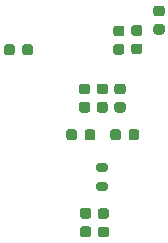
<source format=gbr>
%TF.GenerationSoftware,KiCad,Pcbnew,(5.1.10)-1*%
%TF.CreationDate,2021-10-26T10:29:25+05:30*%
%TF.ProjectId,RP2040+BMI,52503230-3430-42b4-924d-492e6b696361,rev?*%
%TF.SameCoordinates,Original*%
%TF.FileFunction,Paste,Bot*%
%TF.FilePolarity,Positive*%
%FSLAX46Y46*%
G04 Gerber Fmt 4.6, Leading zero omitted, Abs format (unit mm)*
G04 Created by KiCad (PCBNEW (5.1.10)-1) date 2021-10-26 10:29:25*
%MOMM*%
%LPD*%
G01*
G04 APERTURE LIST*
G04 APERTURE END LIST*
%TO.C,R2*%
G36*
G01*
X184845000Y-110255000D02*
X184295000Y-110255000D01*
G75*
G02*
X184095000Y-110055000I0J200000D01*
G01*
X184095000Y-109655000D01*
G75*
G02*
X184295000Y-109455000I200000J0D01*
G01*
X184845000Y-109455000D01*
G75*
G02*
X185045000Y-109655000I0J-200000D01*
G01*
X185045000Y-110055000D01*
G75*
G02*
X184845000Y-110255000I-200000J0D01*
G01*
G37*
G36*
G01*
X184845000Y-111905000D02*
X184295000Y-111905000D01*
G75*
G02*
X184095000Y-111705000I0J200000D01*
G01*
X184095000Y-111305000D01*
G75*
G02*
X184295000Y-111105000I200000J0D01*
G01*
X184845000Y-111105000D01*
G75*
G02*
X185045000Y-111305000I0J-200000D01*
G01*
X185045000Y-111705000D01*
G75*
G02*
X184845000Y-111905000I-200000J0D01*
G01*
G37*
%TD*%
%TO.C,C19*%
G36*
G01*
X177175000Y-99650000D02*
X177175000Y-100150000D01*
G75*
G02*
X176950000Y-100375000I-225000J0D01*
G01*
X176500000Y-100375000D01*
G75*
G02*
X176275000Y-100150000I0J225000D01*
G01*
X176275000Y-99650000D01*
G75*
G02*
X176500000Y-99425000I225000J0D01*
G01*
X176950000Y-99425000D01*
G75*
G02*
X177175000Y-99650000I0J-225000D01*
G01*
G37*
G36*
G01*
X178725000Y-99650000D02*
X178725000Y-100150000D01*
G75*
G02*
X178500000Y-100375000I-225000J0D01*
G01*
X178050000Y-100375000D01*
G75*
G02*
X177825000Y-100150000I0J225000D01*
G01*
X177825000Y-99650000D01*
G75*
G02*
X178050000Y-99425000I225000J0D01*
G01*
X178500000Y-99425000D01*
G75*
G02*
X178725000Y-99650000I0J-225000D01*
G01*
G37*
%TD*%
%TO.C,C18*%
G36*
G01*
X186815000Y-107350000D02*
X186815000Y-106850000D01*
G75*
G02*
X187040000Y-106625000I225000J0D01*
G01*
X187490000Y-106625000D01*
G75*
G02*
X187715000Y-106850000I0J-225000D01*
G01*
X187715000Y-107350000D01*
G75*
G02*
X187490000Y-107575000I-225000J0D01*
G01*
X187040000Y-107575000D01*
G75*
G02*
X186815000Y-107350000I0J225000D01*
G01*
G37*
G36*
G01*
X185265000Y-107350000D02*
X185265000Y-106850000D01*
G75*
G02*
X185490000Y-106625000I225000J0D01*
G01*
X185940000Y-106625000D01*
G75*
G02*
X186165000Y-106850000I0J-225000D01*
G01*
X186165000Y-107350000D01*
G75*
G02*
X185940000Y-107575000I-225000J0D01*
G01*
X185490000Y-107575000D01*
G75*
G02*
X185265000Y-107350000I0J225000D01*
G01*
G37*
%TD*%
%TO.C,C15*%
G36*
G01*
X182850000Y-104325000D02*
X183350000Y-104325000D01*
G75*
G02*
X183575000Y-104550000I0J-225000D01*
G01*
X183575000Y-105000000D01*
G75*
G02*
X183350000Y-105225000I-225000J0D01*
G01*
X182850000Y-105225000D01*
G75*
G02*
X182625000Y-105000000I0J225000D01*
G01*
X182625000Y-104550000D01*
G75*
G02*
X182850000Y-104325000I225000J0D01*
G01*
G37*
G36*
G01*
X182850000Y-102775000D02*
X183350000Y-102775000D01*
G75*
G02*
X183575000Y-103000000I0J-225000D01*
G01*
X183575000Y-103450000D01*
G75*
G02*
X183350000Y-103675000I-225000J0D01*
G01*
X182850000Y-103675000D01*
G75*
G02*
X182625000Y-103450000I0J225000D01*
G01*
X182625000Y-103000000D01*
G75*
G02*
X182850000Y-102775000I225000J0D01*
G01*
G37*
%TD*%
%TO.C,C11*%
G36*
G01*
X182445000Y-106860000D02*
X182445000Y-107360000D01*
G75*
G02*
X182220000Y-107585000I-225000J0D01*
G01*
X181770000Y-107585000D01*
G75*
G02*
X181545000Y-107360000I0J225000D01*
G01*
X181545000Y-106860000D01*
G75*
G02*
X181770000Y-106635000I225000J0D01*
G01*
X182220000Y-106635000D01*
G75*
G02*
X182445000Y-106860000I0J-225000D01*
G01*
G37*
G36*
G01*
X183995000Y-106860000D02*
X183995000Y-107360000D01*
G75*
G02*
X183770000Y-107585000I-225000J0D01*
G01*
X183320000Y-107585000D01*
G75*
G02*
X183095000Y-107360000I0J225000D01*
G01*
X183095000Y-106860000D01*
G75*
G02*
X183320000Y-106635000I225000J0D01*
G01*
X183770000Y-106635000D01*
G75*
G02*
X183995000Y-106860000I0J-225000D01*
G01*
G37*
%TD*%
%TO.C,C9*%
G36*
G01*
X186250000Y-98775000D02*
X185750000Y-98775000D01*
G75*
G02*
X185525000Y-98550000I0J225000D01*
G01*
X185525000Y-98100000D01*
G75*
G02*
X185750000Y-97875000I225000J0D01*
G01*
X186250000Y-97875000D01*
G75*
G02*
X186475000Y-98100000I0J-225000D01*
G01*
X186475000Y-98550000D01*
G75*
G02*
X186250000Y-98775000I-225000J0D01*
G01*
G37*
G36*
G01*
X186250000Y-100325000D02*
X185750000Y-100325000D01*
G75*
G02*
X185525000Y-100100000I0J225000D01*
G01*
X185525000Y-99650000D01*
G75*
G02*
X185750000Y-99425000I225000J0D01*
G01*
X186250000Y-99425000D01*
G75*
G02*
X186475000Y-99650000I0J-225000D01*
G01*
X186475000Y-100100000D01*
G75*
G02*
X186250000Y-100325000I-225000J0D01*
G01*
G37*
%TD*%
%TO.C,C8*%
G36*
G01*
X185840000Y-104325000D02*
X186340000Y-104325000D01*
G75*
G02*
X186565000Y-104550000I0J-225000D01*
G01*
X186565000Y-105000000D01*
G75*
G02*
X186340000Y-105225000I-225000J0D01*
G01*
X185840000Y-105225000D01*
G75*
G02*
X185615000Y-105000000I0J225000D01*
G01*
X185615000Y-104550000D01*
G75*
G02*
X185840000Y-104325000I225000J0D01*
G01*
G37*
G36*
G01*
X185840000Y-102775000D02*
X186340000Y-102775000D01*
G75*
G02*
X186565000Y-103000000I0J-225000D01*
G01*
X186565000Y-103450000D01*
G75*
G02*
X186340000Y-103675000I-225000J0D01*
G01*
X185840000Y-103675000D01*
G75*
G02*
X185615000Y-103450000I0J225000D01*
G01*
X185615000Y-103000000D01*
G75*
G02*
X185840000Y-102775000I225000J0D01*
G01*
G37*
%TD*%
%TO.C,C7*%
G36*
G01*
X187770000Y-98725000D02*
X187270000Y-98725000D01*
G75*
G02*
X187045000Y-98500000I0J225000D01*
G01*
X187045000Y-98050000D01*
G75*
G02*
X187270000Y-97825000I225000J0D01*
G01*
X187770000Y-97825000D01*
G75*
G02*
X187995000Y-98050000I0J-225000D01*
G01*
X187995000Y-98500000D01*
G75*
G02*
X187770000Y-98725000I-225000J0D01*
G01*
G37*
G36*
G01*
X187770000Y-100275000D02*
X187270000Y-100275000D01*
G75*
G02*
X187045000Y-100050000I0J225000D01*
G01*
X187045000Y-99600000D01*
G75*
G02*
X187270000Y-99375000I225000J0D01*
G01*
X187770000Y-99375000D01*
G75*
G02*
X187995000Y-99600000I0J-225000D01*
G01*
X187995000Y-100050000D01*
G75*
G02*
X187770000Y-100275000I-225000J0D01*
G01*
G37*
%TD*%
%TO.C,C6*%
G36*
G01*
X184940000Y-114225000D02*
X184440000Y-114225000D01*
G75*
G02*
X184215000Y-114000000I0J225000D01*
G01*
X184215000Y-113550000D01*
G75*
G02*
X184440000Y-113325000I225000J0D01*
G01*
X184940000Y-113325000D01*
G75*
G02*
X185165000Y-113550000I0J-225000D01*
G01*
X185165000Y-114000000D01*
G75*
G02*
X184940000Y-114225000I-225000J0D01*
G01*
G37*
G36*
G01*
X184940000Y-115775000D02*
X184440000Y-115775000D01*
G75*
G02*
X184215000Y-115550000I0J225000D01*
G01*
X184215000Y-115100000D01*
G75*
G02*
X184440000Y-114875000I225000J0D01*
G01*
X184940000Y-114875000D01*
G75*
G02*
X185165000Y-115100000I0J-225000D01*
G01*
X185165000Y-115550000D01*
G75*
G02*
X184940000Y-115775000I-225000J0D01*
G01*
G37*
%TD*%
%TO.C,C5*%
G36*
G01*
X182930000Y-114855000D02*
X183430000Y-114855000D01*
G75*
G02*
X183655000Y-115080000I0J-225000D01*
G01*
X183655000Y-115530000D01*
G75*
G02*
X183430000Y-115755000I-225000J0D01*
G01*
X182930000Y-115755000D01*
G75*
G02*
X182705000Y-115530000I0J225000D01*
G01*
X182705000Y-115080000D01*
G75*
G02*
X182930000Y-114855000I225000J0D01*
G01*
G37*
G36*
G01*
X182930000Y-113305000D02*
X183430000Y-113305000D01*
G75*
G02*
X183655000Y-113530000I0J-225000D01*
G01*
X183655000Y-113980000D01*
G75*
G02*
X183430000Y-114205000I-225000J0D01*
G01*
X182930000Y-114205000D01*
G75*
G02*
X182705000Y-113980000I0J225000D01*
G01*
X182705000Y-113530000D01*
G75*
G02*
X182930000Y-113305000I225000J0D01*
G01*
G37*
%TD*%
%TO.C,C3*%
G36*
G01*
X189150000Y-97725000D02*
X189650000Y-97725000D01*
G75*
G02*
X189875000Y-97950000I0J-225000D01*
G01*
X189875000Y-98400000D01*
G75*
G02*
X189650000Y-98625000I-225000J0D01*
G01*
X189150000Y-98625000D01*
G75*
G02*
X188925000Y-98400000I0J225000D01*
G01*
X188925000Y-97950000D01*
G75*
G02*
X189150000Y-97725000I225000J0D01*
G01*
G37*
G36*
G01*
X189150000Y-96175000D02*
X189650000Y-96175000D01*
G75*
G02*
X189875000Y-96400000I0J-225000D01*
G01*
X189875000Y-96850000D01*
G75*
G02*
X189650000Y-97075000I-225000J0D01*
G01*
X189150000Y-97075000D01*
G75*
G02*
X188925000Y-96850000I0J225000D01*
G01*
X188925000Y-96400000D01*
G75*
G02*
X189150000Y-96175000I225000J0D01*
G01*
G37*
%TD*%
%TO.C,C2*%
G36*
G01*
X184350000Y-104325000D02*
X184850000Y-104325000D01*
G75*
G02*
X185075000Y-104550000I0J-225000D01*
G01*
X185075000Y-105000000D01*
G75*
G02*
X184850000Y-105225000I-225000J0D01*
G01*
X184350000Y-105225000D01*
G75*
G02*
X184125000Y-105000000I0J225000D01*
G01*
X184125000Y-104550000D01*
G75*
G02*
X184350000Y-104325000I225000J0D01*
G01*
G37*
G36*
G01*
X184350000Y-102775000D02*
X184850000Y-102775000D01*
G75*
G02*
X185075000Y-103000000I0J-225000D01*
G01*
X185075000Y-103450000D01*
G75*
G02*
X184850000Y-103675000I-225000J0D01*
G01*
X184350000Y-103675000D01*
G75*
G02*
X184125000Y-103450000I0J225000D01*
G01*
X184125000Y-103000000D01*
G75*
G02*
X184350000Y-102775000I225000J0D01*
G01*
G37*
%TD*%
M02*

</source>
